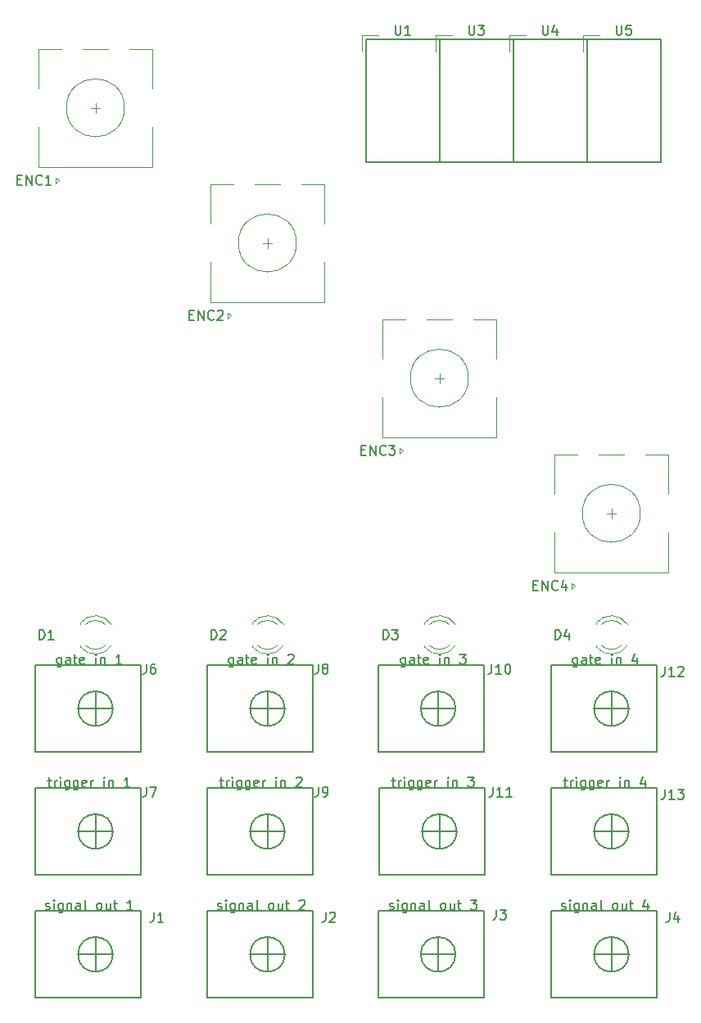
<source format=gbr>
G04 #@! TF.GenerationSoftware,KiCad,Pcbnew,5.1.6-c6e7f7d~87~ubuntu18.04.1*
G04 #@! TF.CreationDate,2020-08-19T10:21:35-04:00*
G04 #@! TF.ProjectId,quad_adsr,71756164-5f61-4647-9372-2e6b69636164,rev?*
G04 #@! TF.SameCoordinates,Original*
G04 #@! TF.FileFunction,Legend,Top*
G04 #@! TF.FilePolarity,Positive*
%FSLAX46Y46*%
G04 Gerber Fmt 4.6, Leading zero omitted, Abs format (unit mm)*
G04 Created by KiCad (PCBNEW 5.1.6-c6e7f7d~87~ubuntu18.04.1) date 2020-08-19 10:21:35*
%MOMM*%
%LPD*%
G01*
G04 APERTURE LIST*
%ADD10C,0.150000*%
%ADD11C,0.120000*%
G04 APERTURE END LIST*
D10*
X81574047Y-116625714D02*
X81574047Y-117435238D01*
X81526428Y-117530476D01*
X81478809Y-117578095D01*
X81383571Y-117625714D01*
X81240714Y-117625714D01*
X81145476Y-117578095D01*
X81574047Y-117244761D02*
X81478809Y-117292380D01*
X81288333Y-117292380D01*
X81193095Y-117244761D01*
X81145476Y-117197142D01*
X81097857Y-117101904D01*
X81097857Y-116816190D01*
X81145476Y-116720952D01*
X81193095Y-116673333D01*
X81288333Y-116625714D01*
X81478809Y-116625714D01*
X81574047Y-116673333D01*
X82478809Y-117292380D02*
X82478809Y-116768571D01*
X82431190Y-116673333D01*
X82335952Y-116625714D01*
X82145476Y-116625714D01*
X82050238Y-116673333D01*
X82478809Y-117244761D02*
X82383571Y-117292380D01*
X82145476Y-117292380D01*
X82050238Y-117244761D01*
X82002619Y-117149523D01*
X82002619Y-117054285D01*
X82050238Y-116959047D01*
X82145476Y-116911428D01*
X82383571Y-116911428D01*
X82478809Y-116863809D01*
X82812142Y-116625714D02*
X83193095Y-116625714D01*
X82955000Y-116292380D02*
X82955000Y-117149523D01*
X83002619Y-117244761D01*
X83097857Y-117292380D01*
X83193095Y-117292380D01*
X83907380Y-117244761D02*
X83812142Y-117292380D01*
X83621666Y-117292380D01*
X83526428Y-117244761D01*
X83478809Y-117149523D01*
X83478809Y-116768571D01*
X83526428Y-116673333D01*
X83621666Y-116625714D01*
X83812142Y-116625714D01*
X83907380Y-116673333D01*
X83955000Y-116768571D01*
X83955000Y-116863809D01*
X83478809Y-116959047D01*
X85145476Y-117292380D02*
X85145476Y-116625714D01*
X85145476Y-116292380D02*
X85097857Y-116340000D01*
X85145476Y-116387619D01*
X85193095Y-116340000D01*
X85145476Y-116292380D01*
X85145476Y-116387619D01*
X85621666Y-116625714D02*
X85621666Y-117292380D01*
X85621666Y-116720952D02*
X85669285Y-116673333D01*
X85764523Y-116625714D01*
X85907380Y-116625714D01*
X86002619Y-116673333D01*
X86050238Y-116768571D01*
X86050238Y-117292380D01*
X87812142Y-117292380D02*
X87240714Y-117292380D01*
X87526428Y-117292380D02*
X87526428Y-116292380D01*
X87431190Y-116435238D01*
X87335952Y-116530476D01*
X87240714Y-116578095D01*
X80145476Y-129325714D02*
X80526428Y-129325714D01*
X80288333Y-128992380D02*
X80288333Y-129849523D01*
X80335952Y-129944761D01*
X80431190Y-129992380D01*
X80526428Y-129992380D01*
X80859761Y-129992380D02*
X80859761Y-129325714D01*
X80859761Y-129516190D02*
X80907380Y-129420952D01*
X80955000Y-129373333D01*
X81050238Y-129325714D01*
X81145476Y-129325714D01*
X81478809Y-129992380D02*
X81478809Y-129325714D01*
X81478809Y-128992380D02*
X81431190Y-129040000D01*
X81478809Y-129087619D01*
X81526428Y-129040000D01*
X81478809Y-128992380D01*
X81478809Y-129087619D01*
X82383571Y-129325714D02*
X82383571Y-130135238D01*
X82335952Y-130230476D01*
X82288333Y-130278095D01*
X82193095Y-130325714D01*
X82050238Y-130325714D01*
X81955000Y-130278095D01*
X82383571Y-129944761D02*
X82288333Y-129992380D01*
X82097857Y-129992380D01*
X82002619Y-129944761D01*
X81955000Y-129897142D01*
X81907380Y-129801904D01*
X81907380Y-129516190D01*
X81955000Y-129420952D01*
X82002619Y-129373333D01*
X82097857Y-129325714D01*
X82288333Y-129325714D01*
X82383571Y-129373333D01*
X83288333Y-129325714D02*
X83288333Y-130135238D01*
X83240714Y-130230476D01*
X83193095Y-130278095D01*
X83097857Y-130325714D01*
X82955000Y-130325714D01*
X82859761Y-130278095D01*
X83288333Y-129944761D02*
X83193095Y-129992380D01*
X83002619Y-129992380D01*
X82907380Y-129944761D01*
X82859761Y-129897142D01*
X82812142Y-129801904D01*
X82812142Y-129516190D01*
X82859761Y-129420952D01*
X82907380Y-129373333D01*
X83002619Y-129325714D01*
X83193095Y-129325714D01*
X83288333Y-129373333D01*
X84145476Y-129944761D02*
X84050238Y-129992380D01*
X83859761Y-129992380D01*
X83764523Y-129944761D01*
X83716904Y-129849523D01*
X83716904Y-129468571D01*
X83764523Y-129373333D01*
X83859761Y-129325714D01*
X84050238Y-129325714D01*
X84145476Y-129373333D01*
X84193095Y-129468571D01*
X84193095Y-129563809D01*
X83716904Y-129659047D01*
X84621666Y-129992380D02*
X84621666Y-129325714D01*
X84621666Y-129516190D02*
X84669285Y-129420952D01*
X84716904Y-129373333D01*
X84812142Y-129325714D01*
X84907380Y-129325714D01*
X86002619Y-129992380D02*
X86002619Y-129325714D01*
X86002619Y-128992380D02*
X85955000Y-129040000D01*
X86002619Y-129087619D01*
X86050238Y-129040000D01*
X86002619Y-128992380D01*
X86002619Y-129087619D01*
X86478809Y-129325714D02*
X86478809Y-129992380D01*
X86478809Y-129420952D02*
X86526428Y-129373333D01*
X86621666Y-129325714D01*
X86764523Y-129325714D01*
X86859761Y-129373333D01*
X86907380Y-129468571D01*
X86907380Y-129992380D01*
X88669285Y-129992380D02*
X88097857Y-129992380D01*
X88383571Y-129992380D02*
X88383571Y-128992380D01*
X88288333Y-129135238D01*
X88193095Y-129230476D01*
X88097857Y-129278095D01*
X133295000Y-142644761D02*
X133390238Y-142692380D01*
X133580714Y-142692380D01*
X133675952Y-142644761D01*
X133723571Y-142549523D01*
X133723571Y-142501904D01*
X133675952Y-142406666D01*
X133580714Y-142359047D01*
X133437857Y-142359047D01*
X133342619Y-142311428D01*
X133295000Y-142216190D01*
X133295000Y-142168571D01*
X133342619Y-142073333D01*
X133437857Y-142025714D01*
X133580714Y-142025714D01*
X133675952Y-142073333D01*
X134152142Y-142692380D02*
X134152142Y-142025714D01*
X134152142Y-141692380D02*
X134104523Y-141740000D01*
X134152142Y-141787619D01*
X134199761Y-141740000D01*
X134152142Y-141692380D01*
X134152142Y-141787619D01*
X135056904Y-142025714D02*
X135056904Y-142835238D01*
X135009285Y-142930476D01*
X134961666Y-142978095D01*
X134866428Y-143025714D01*
X134723571Y-143025714D01*
X134628333Y-142978095D01*
X135056904Y-142644761D02*
X134961666Y-142692380D01*
X134771190Y-142692380D01*
X134675952Y-142644761D01*
X134628333Y-142597142D01*
X134580714Y-142501904D01*
X134580714Y-142216190D01*
X134628333Y-142120952D01*
X134675952Y-142073333D01*
X134771190Y-142025714D01*
X134961666Y-142025714D01*
X135056904Y-142073333D01*
X135533095Y-142025714D02*
X135533095Y-142692380D01*
X135533095Y-142120952D02*
X135580714Y-142073333D01*
X135675952Y-142025714D01*
X135818809Y-142025714D01*
X135914047Y-142073333D01*
X135961666Y-142168571D01*
X135961666Y-142692380D01*
X136866428Y-142692380D02*
X136866428Y-142168571D01*
X136818809Y-142073333D01*
X136723571Y-142025714D01*
X136533095Y-142025714D01*
X136437857Y-142073333D01*
X136866428Y-142644761D02*
X136771190Y-142692380D01*
X136533095Y-142692380D01*
X136437857Y-142644761D01*
X136390238Y-142549523D01*
X136390238Y-142454285D01*
X136437857Y-142359047D01*
X136533095Y-142311428D01*
X136771190Y-142311428D01*
X136866428Y-142263809D01*
X137485476Y-142692380D02*
X137390238Y-142644761D01*
X137342619Y-142549523D01*
X137342619Y-141692380D01*
X138771190Y-142692380D02*
X138675952Y-142644761D01*
X138628333Y-142597142D01*
X138580714Y-142501904D01*
X138580714Y-142216190D01*
X138628333Y-142120952D01*
X138675952Y-142073333D01*
X138771190Y-142025714D01*
X138914047Y-142025714D01*
X139009285Y-142073333D01*
X139056904Y-142120952D01*
X139104523Y-142216190D01*
X139104523Y-142501904D01*
X139056904Y-142597142D01*
X139009285Y-142644761D01*
X138914047Y-142692380D01*
X138771190Y-142692380D01*
X139961666Y-142025714D02*
X139961666Y-142692380D01*
X139533095Y-142025714D02*
X139533095Y-142549523D01*
X139580714Y-142644761D01*
X139675952Y-142692380D01*
X139818809Y-142692380D01*
X139914047Y-142644761D01*
X139961666Y-142597142D01*
X140295000Y-142025714D02*
X140675952Y-142025714D01*
X140437857Y-141692380D02*
X140437857Y-142549523D01*
X140485476Y-142644761D01*
X140580714Y-142692380D01*
X140675952Y-142692380D01*
X142199761Y-142025714D02*
X142199761Y-142692380D01*
X141961666Y-141644761D02*
X141723571Y-142359047D01*
X142342619Y-142359047D01*
X115515000Y-142644761D02*
X115610238Y-142692380D01*
X115800714Y-142692380D01*
X115895952Y-142644761D01*
X115943571Y-142549523D01*
X115943571Y-142501904D01*
X115895952Y-142406666D01*
X115800714Y-142359047D01*
X115657857Y-142359047D01*
X115562619Y-142311428D01*
X115515000Y-142216190D01*
X115515000Y-142168571D01*
X115562619Y-142073333D01*
X115657857Y-142025714D01*
X115800714Y-142025714D01*
X115895952Y-142073333D01*
X116372142Y-142692380D02*
X116372142Y-142025714D01*
X116372142Y-141692380D02*
X116324523Y-141740000D01*
X116372142Y-141787619D01*
X116419761Y-141740000D01*
X116372142Y-141692380D01*
X116372142Y-141787619D01*
X117276904Y-142025714D02*
X117276904Y-142835238D01*
X117229285Y-142930476D01*
X117181666Y-142978095D01*
X117086428Y-143025714D01*
X116943571Y-143025714D01*
X116848333Y-142978095D01*
X117276904Y-142644761D02*
X117181666Y-142692380D01*
X116991190Y-142692380D01*
X116895952Y-142644761D01*
X116848333Y-142597142D01*
X116800714Y-142501904D01*
X116800714Y-142216190D01*
X116848333Y-142120952D01*
X116895952Y-142073333D01*
X116991190Y-142025714D01*
X117181666Y-142025714D01*
X117276904Y-142073333D01*
X117753095Y-142025714D02*
X117753095Y-142692380D01*
X117753095Y-142120952D02*
X117800714Y-142073333D01*
X117895952Y-142025714D01*
X118038809Y-142025714D01*
X118134047Y-142073333D01*
X118181666Y-142168571D01*
X118181666Y-142692380D01*
X119086428Y-142692380D02*
X119086428Y-142168571D01*
X119038809Y-142073333D01*
X118943571Y-142025714D01*
X118753095Y-142025714D01*
X118657857Y-142073333D01*
X119086428Y-142644761D02*
X118991190Y-142692380D01*
X118753095Y-142692380D01*
X118657857Y-142644761D01*
X118610238Y-142549523D01*
X118610238Y-142454285D01*
X118657857Y-142359047D01*
X118753095Y-142311428D01*
X118991190Y-142311428D01*
X119086428Y-142263809D01*
X119705476Y-142692380D02*
X119610238Y-142644761D01*
X119562619Y-142549523D01*
X119562619Y-141692380D01*
X120991190Y-142692380D02*
X120895952Y-142644761D01*
X120848333Y-142597142D01*
X120800714Y-142501904D01*
X120800714Y-142216190D01*
X120848333Y-142120952D01*
X120895952Y-142073333D01*
X120991190Y-142025714D01*
X121134047Y-142025714D01*
X121229285Y-142073333D01*
X121276904Y-142120952D01*
X121324523Y-142216190D01*
X121324523Y-142501904D01*
X121276904Y-142597142D01*
X121229285Y-142644761D01*
X121134047Y-142692380D01*
X120991190Y-142692380D01*
X122181666Y-142025714D02*
X122181666Y-142692380D01*
X121753095Y-142025714D02*
X121753095Y-142549523D01*
X121800714Y-142644761D01*
X121895952Y-142692380D01*
X122038809Y-142692380D01*
X122134047Y-142644761D01*
X122181666Y-142597142D01*
X122515000Y-142025714D02*
X122895952Y-142025714D01*
X122657857Y-141692380D02*
X122657857Y-142549523D01*
X122705476Y-142644761D01*
X122800714Y-142692380D01*
X122895952Y-142692380D01*
X123895952Y-141692380D02*
X124515000Y-141692380D01*
X124181666Y-142073333D01*
X124324523Y-142073333D01*
X124419761Y-142120952D01*
X124467380Y-142168571D01*
X124515000Y-142263809D01*
X124515000Y-142501904D01*
X124467380Y-142597142D01*
X124419761Y-142644761D01*
X124324523Y-142692380D01*
X124038809Y-142692380D01*
X123943571Y-142644761D01*
X123895952Y-142597142D01*
X97735000Y-142644761D02*
X97830238Y-142692380D01*
X98020714Y-142692380D01*
X98115952Y-142644761D01*
X98163571Y-142549523D01*
X98163571Y-142501904D01*
X98115952Y-142406666D01*
X98020714Y-142359047D01*
X97877857Y-142359047D01*
X97782619Y-142311428D01*
X97735000Y-142216190D01*
X97735000Y-142168571D01*
X97782619Y-142073333D01*
X97877857Y-142025714D01*
X98020714Y-142025714D01*
X98115952Y-142073333D01*
X98592142Y-142692380D02*
X98592142Y-142025714D01*
X98592142Y-141692380D02*
X98544523Y-141740000D01*
X98592142Y-141787619D01*
X98639761Y-141740000D01*
X98592142Y-141692380D01*
X98592142Y-141787619D01*
X99496904Y-142025714D02*
X99496904Y-142835238D01*
X99449285Y-142930476D01*
X99401666Y-142978095D01*
X99306428Y-143025714D01*
X99163571Y-143025714D01*
X99068333Y-142978095D01*
X99496904Y-142644761D02*
X99401666Y-142692380D01*
X99211190Y-142692380D01*
X99115952Y-142644761D01*
X99068333Y-142597142D01*
X99020714Y-142501904D01*
X99020714Y-142216190D01*
X99068333Y-142120952D01*
X99115952Y-142073333D01*
X99211190Y-142025714D01*
X99401666Y-142025714D01*
X99496904Y-142073333D01*
X99973095Y-142025714D02*
X99973095Y-142692380D01*
X99973095Y-142120952D02*
X100020714Y-142073333D01*
X100115952Y-142025714D01*
X100258809Y-142025714D01*
X100354047Y-142073333D01*
X100401666Y-142168571D01*
X100401666Y-142692380D01*
X101306428Y-142692380D02*
X101306428Y-142168571D01*
X101258809Y-142073333D01*
X101163571Y-142025714D01*
X100973095Y-142025714D01*
X100877857Y-142073333D01*
X101306428Y-142644761D02*
X101211190Y-142692380D01*
X100973095Y-142692380D01*
X100877857Y-142644761D01*
X100830238Y-142549523D01*
X100830238Y-142454285D01*
X100877857Y-142359047D01*
X100973095Y-142311428D01*
X101211190Y-142311428D01*
X101306428Y-142263809D01*
X101925476Y-142692380D02*
X101830238Y-142644761D01*
X101782619Y-142549523D01*
X101782619Y-141692380D01*
X103211190Y-142692380D02*
X103115952Y-142644761D01*
X103068333Y-142597142D01*
X103020714Y-142501904D01*
X103020714Y-142216190D01*
X103068333Y-142120952D01*
X103115952Y-142073333D01*
X103211190Y-142025714D01*
X103354047Y-142025714D01*
X103449285Y-142073333D01*
X103496904Y-142120952D01*
X103544523Y-142216190D01*
X103544523Y-142501904D01*
X103496904Y-142597142D01*
X103449285Y-142644761D01*
X103354047Y-142692380D01*
X103211190Y-142692380D01*
X104401666Y-142025714D02*
X104401666Y-142692380D01*
X103973095Y-142025714D02*
X103973095Y-142549523D01*
X104020714Y-142644761D01*
X104115952Y-142692380D01*
X104258809Y-142692380D01*
X104354047Y-142644761D01*
X104401666Y-142597142D01*
X104735000Y-142025714D02*
X105115952Y-142025714D01*
X104877857Y-141692380D02*
X104877857Y-142549523D01*
X104925476Y-142644761D01*
X105020714Y-142692380D01*
X105115952Y-142692380D01*
X106163571Y-141787619D02*
X106211190Y-141740000D01*
X106306428Y-141692380D01*
X106544523Y-141692380D01*
X106639761Y-141740000D01*
X106687380Y-141787619D01*
X106735000Y-141882857D01*
X106735000Y-141978095D01*
X106687380Y-142120952D01*
X106115952Y-142692380D01*
X106735000Y-142692380D01*
X79955000Y-142644761D02*
X80050238Y-142692380D01*
X80240714Y-142692380D01*
X80335952Y-142644761D01*
X80383571Y-142549523D01*
X80383571Y-142501904D01*
X80335952Y-142406666D01*
X80240714Y-142359047D01*
X80097857Y-142359047D01*
X80002619Y-142311428D01*
X79955000Y-142216190D01*
X79955000Y-142168571D01*
X80002619Y-142073333D01*
X80097857Y-142025714D01*
X80240714Y-142025714D01*
X80335952Y-142073333D01*
X80812142Y-142692380D02*
X80812142Y-142025714D01*
X80812142Y-141692380D02*
X80764523Y-141740000D01*
X80812142Y-141787619D01*
X80859761Y-141740000D01*
X80812142Y-141692380D01*
X80812142Y-141787619D01*
X81716904Y-142025714D02*
X81716904Y-142835238D01*
X81669285Y-142930476D01*
X81621666Y-142978095D01*
X81526428Y-143025714D01*
X81383571Y-143025714D01*
X81288333Y-142978095D01*
X81716904Y-142644761D02*
X81621666Y-142692380D01*
X81431190Y-142692380D01*
X81335952Y-142644761D01*
X81288333Y-142597142D01*
X81240714Y-142501904D01*
X81240714Y-142216190D01*
X81288333Y-142120952D01*
X81335952Y-142073333D01*
X81431190Y-142025714D01*
X81621666Y-142025714D01*
X81716904Y-142073333D01*
X82193095Y-142025714D02*
X82193095Y-142692380D01*
X82193095Y-142120952D02*
X82240714Y-142073333D01*
X82335952Y-142025714D01*
X82478809Y-142025714D01*
X82574047Y-142073333D01*
X82621666Y-142168571D01*
X82621666Y-142692380D01*
X83526428Y-142692380D02*
X83526428Y-142168571D01*
X83478809Y-142073333D01*
X83383571Y-142025714D01*
X83193095Y-142025714D01*
X83097857Y-142073333D01*
X83526428Y-142644761D02*
X83431190Y-142692380D01*
X83193095Y-142692380D01*
X83097857Y-142644761D01*
X83050238Y-142549523D01*
X83050238Y-142454285D01*
X83097857Y-142359047D01*
X83193095Y-142311428D01*
X83431190Y-142311428D01*
X83526428Y-142263809D01*
X84145476Y-142692380D02*
X84050238Y-142644761D01*
X84002619Y-142549523D01*
X84002619Y-141692380D01*
X85431190Y-142692380D02*
X85335952Y-142644761D01*
X85288333Y-142597142D01*
X85240714Y-142501904D01*
X85240714Y-142216190D01*
X85288333Y-142120952D01*
X85335952Y-142073333D01*
X85431190Y-142025714D01*
X85574047Y-142025714D01*
X85669285Y-142073333D01*
X85716904Y-142120952D01*
X85764523Y-142216190D01*
X85764523Y-142501904D01*
X85716904Y-142597142D01*
X85669285Y-142644761D01*
X85574047Y-142692380D01*
X85431190Y-142692380D01*
X86621666Y-142025714D02*
X86621666Y-142692380D01*
X86193095Y-142025714D02*
X86193095Y-142549523D01*
X86240714Y-142644761D01*
X86335952Y-142692380D01*
X86478809Y-142692380D01*
X86574047Y-142644761D01*
X86621666Y-142597142D01*
X86955000Y-142025714D02*
X87335952Y-142025714D01*
X87097857Y-141692380D02*
X87097857Y-142549523D01*
X87145476Y-142644761D01*
X87240714Y-142692380D01*
X87335952Y-142692380D01*
X88955000Y-142692380D02*
X88383571Y-142692380D01*
X88669285Y-142692380D02*
X88669285Y-141692380D01*
X88574047Y-141835238D01*
X88478809Y-141930476D01*
X88383571Y-141978095D01*
X133485476Y-129325714D02*
X133866428Y-129325714D01*
X133628333Y-128992380D02*
X133628333Y-129849523D01*
X133675952Y-129944761D01*
X133771190Y-129992380D01*
X133866428Y-129992380D01*
X134199761Y-129992380D02*
X134199761Y-129325714D01*
X134199761Y-129516190D02*
X134247380Y-129420952D01*
X134295000Y-129373333D01*
X134390238Y-129325714D01*
X134485476Y-129325714D01*
X134818809Y-129992380D02*
X134818809Y-129325714D01*
X134818809Y-128992380D02*
X134771190Y-129040000D01*
X134818809Y-129087619D01*
X134866428Y-129040000D01*
X134818809Y-128992380D01*
X134818809Y-129087619D01*
X135723571Y-129325714D02*
X135723571Y-130135238D01*
X135675952Y-130230476D01*
X135628333Y-130278095D01*
X135533095Y-130325714D01*
X135390238Y-130325714D01*
X135295000Y-130278095D01*
X135723571Y-129944761D02*
X135628333Y-129992380D01*
X135437857Y-129992380D01*
X135342619Y-129944761D01*
X135295000Y-129897142D01*
X135247380Y-129801904D01*
X135247380Y-129516190D01*
X135295000Y-129420952D01*
X135342619Y-129373333D01*
X135437857Y-129325714D01*
X135628333Y-129325714D01*
X135723571Y-129373333D01*
X136628333Y-129325714D02*
X136628333Y-130135238D01*
X136580714Y-130230476D01*
X136533095Y-130278095D01*
X136437857Y-130325714D01*
X136295000Y-130325714D01*
X136199761Y-130278095D01*
X136628333Y-129944761D02*
X136533095Y-129992380D01*
X136342619Y-129992380D01*
X136247380Y-129944761D01*
X136199761Y-129897142D01*
X136152142Y-129801904D01*
X136152142Y-129516190D01*
X136199761Y-129420952D01*
X136247380Y-129373333D01*
X136342619Y-129325714D01*
X136533095Y-129325714D01*
X136628333Y-129373333D01*
X137485476Y-129944761D02*
X137390238Y-129992380D01*
X137199761Y-129992380D01*
X137104523Y-129944761D01*
X137056904Y-129849523D01*
X137056904Y-129468571D01*
X137104523Y-129373333D01*
X137199761Y-129325714D01*
X137390238Y-129325714D01*
X137485476Y-129373333D01*
X137533095Y-129468571D01*
X137533095Y-129563809D01*
X137056904Y-129659047D01*
X137961666Y-129992380D02*
X137961666Y-129325714D01*
X137961666Y-129516190D02*
X138009285Y-129420952D01*
X138056904Y-129373333D01*
X138152142Y-129325714D01*
X138247380Y-129325714D01*
X139342619Y-129992380D02*
X139342619Y-129325714D01*
X139342619Y-128992380D02*
X139295000Y-129040000D01*
X139342619Y-129087619D01*
X139390238Y-129040000D01*
X139342619Y-128992380D01*
X139342619Y-129087619D01*
X139818809Y-129325714D02*
X139818809Y-129992380D01*
X139818809Y-129420952D02*
X139866428Y-129373333D01*
X139961666Y-129325714D01*
X140104523Y-129325714D01*
X140199761Y-129373333D01*
X140247380Y-129468571D01*
X140247380Y-129992380D01*
X141914047Y-129325714D02*
X141914047Y-129992380D01*
X141675952Y-128944761D02*
X141437857Y-129659047D01*
X142056904Y-129659047D01*
X115705476Y-129325714D02*
X116086428Y-129325714D01*
X115848333Y-128992380D02*
X115848333Y-129849523D01*
X115895952Y-129944761D01*
X115991190Y-129992380D01*
X116086428Y-129992380D01*
X116419761Y-129992380D02*
X116419761Y-129325714D01*
X116419761Y-129516190D02*
X116467380Y-129420952D01*
X116515000Y-129373333D01*
X116610238Y-129325714D01*
X116705476Y-129325714D01*
X117038809Y-129992380D02*
X117038809Y-129325714D01*
X117038809Y-128992380D02*
X116991190Y-129040000D01*
X117038809Y-129087619D01*
X117086428Y-129040000D01*
X117038809Y-128992380D01*
X117038809Y-129087619D01*
X117943571Y-129325714D02*
X117943571Y-130135238D01*
X117895952Y-130230476D01*
X117848333Y-130278095D01*
X117753095Y-130325714D01*
X117610238Y-130325714D01*
X117515000Y-130278095D01*
X117943571Y-129944761D02*
X117848333Y-129992380D01*
X117657857Y-129992380D01*
X117562619Y-129944761D01*
X117515000Y-129897142D01*
X117467380Y-129801904D01*
X117467380Y-129516190D01*
X117515000Y-129420952D01*
X117562619Y-129373333D01*
X117657857Y-129325714D01*
X117848333Y-129325714D01*
X117943571Y-129373333D01*
X118848333Y-129325714D02*
X118848333Y-130135238D01*
X118800714Y-130230476D01*
X118753095Y-130278095D01*
X118657857Y-130325714D01*
X118515000Y-130325714D01*
X118419761Y-130278095D01*
X118848333Y-129944761D02*
X118753095Y-129992380D01*
X118562619Y-129992380D01*
X118467380Y-129944761D01*
X118419761Y-129897142D01*
X118372142Y-129801904D01*
X118372142Y-129516190D01*
X118419761Y-129420952D01*
X118467380Y-129373333D01*
X118562619Y-129325714D01*
X118753095Y-129325714D01*
X118848333Y-129373333D01*
X119705476Y-129944761D02*
X119610238Y-129992380D01*
X119419761Y-129992380D01*
X119324523Y-129944761D01*
X119276904Y-129849523D01*
X119276904Y-129468571D01*
X119324523Y-129373333D01*
X119419761Y-129325714D01*
X119610238Y-129325714D01*
X119705476Y-129373333D01*
X119753095Y-129468571D01*
X119753095Y-129563809D01*
X119276904Y-129659047D01*
X120181666Y-129992380D02*
X120181666Y-129325714D01*
X120181666Y-129516190D02*
X120229285Y-129420952D01*
X120276904Y-129373333D01*
X120372142Y-129325714D01*
X120467380Y-129325714D01*
X121562619Y-129992380D02*
X121562619Y-129325714D01*
X121562619Y-128992380D02*
X121515000Y-129040000D01*
X121562619Y-129087619D01*
X121610238Y-129040000D01*
X121562619Y-128992380D01*
X121562619Y-129087619D01*
X122038809Y-129325714D02*
X122038809Y-129992380D01*
X122038809Y-129420952D02*
X122086428Y-129373333D01*
X122181666Y-129325714D01*
X122324523Y-129325714D01*
X122419761Y-129373333D01*
X122467380Y-129468571D01*
X122467380Y-129992380D01*
X123610238Y-128992380D02*
X124229285Y-128992380D01*
X123895952Y-129373333D01*
X124038809Y-129373333D01*
X124134047Y-129420952D01*
X124181666Y-129468571D01*
X124229285Y-129563809D01*
X124229285Y-129801904D01*
X124181666Y-129897142D01*
X124134047Y-129944761D01*
X124038809Y-129992380D01*
X123753095Y-129992380D01*
X123657857Y-129944761D01*
X123610238Y-129897142D01*
X97925476Y-129325714D02*
X98306428Y-129325714D01*
X98068333Y-128992380D02*
X98068333Y-129849523D01*
X98115952Y-129944761D01*
X98211190Y-129992380D01*
X98306428Y-129992380D01*
X98639761Y-129992380D02*
X98639761Y-129325714D01*
X98639761Y-129516190D02*
X98687380Y-129420952D01*
X98735000Y-129373333D01*
X98830238Y-129325714D01*
X98925476Y-129325714D01*
X99258809Y-129992380D02*
X99258809Y-129325714D01*
X99258809Y-128992380D02*
X99211190Y-129040000D01*
X99258809Y-129087619D01*
X99306428Y-129040000D01*
X99258809Y-128992380D01*
X99258809Y-129087619D01*
X100163571Y-129325714D02*
X100163571Y-130135238D01*
X100115952Y-130230476D01*
X100068333Y-130278095D01*
X99973095Y-130325714D01*
X99830238Y-130325714D01*
X99735000Y-130278095D01*
X100163571Y-129944761D02*
X100068333Y-129992380D01*
X99877857Y-129992380D01*
X99782619Y-129944761D01*
X99735000Y-129897142D01*
X99687380Y-129801904D01*
X99687380Y-129516190D01*
X99735000Y-129420952D01*
X99782619Y-129373333D01*
X99877857Y-129325714D01*
X100068333Y-129325714D01*
X100163571Y-129373333D01*
X101068333Y-129325714D02*
X101068333Y-130135238D01*
X101020714Y-130230476D01*
X100973095Y-130278095D01*
X100877857Y-130325714D01*
X100735000Y-130325714D01*
X100639761Y-130278095D01*
X101068333Y-129944761D02*
X100973095Y-129992380D01*
X100782619Y-129992380D01*
X100687380Y-129944761D01*
X100639761Y-129897142D01*
X100592142Y-129801904D01*
X100592142Y-129516190D01*
X100639761Y-129420952D01*
X100687380Y-129373333D01*
X100782619Y-129325714D01*
X100973095Y-129325714D01*
X101068333Y-129373333D01*
X101925476Y-129944761D02*
X101830238Y-129992380D01*
X101639761Y-129992380D01*
X101544523Y-129944761D01*
X101496904Y-129849523D01*
X101496904Y-129468571D01*
X101544523Y-129373333D01*
X101639761Y-129325714D01*
X101830238Y-129325714D01*
X101925476Y-129373333D01*
X101973095Y-129468571D01*
X101973095Y-129563809D01*
X101496904Y-129659047D01*
X102401666Y-129992380D02*
X102401666Y-129325714D01*
X102401666Y-129516190D02*
X102449285Y-129420952D01*
X102496904Y-129373333D01*
X102592142Y-129325714D01*
X102687380Y-129325714D01*
X103782619Y-129992380D02*
X103782619Y-129325714D01*
X103782619Y-128992380D02*
X103735000Y-129040000D01*
X103782619Y-129087619D01*
X103830238Y-129040000D01*
X103782619Y-128992380D01*
X103782619Y-129087619D01*
X104258809Y-129325714D02*
X104258809Y-129992380D01*
X104258809Y-129420952D02*
X104306428Y-129373333D01*
X104401666Y-129325714D01*
X104544523Y-129325714D01*
X104639761Y-129373333D01*
X104687380Y-129468571D01*
X104687380Y-129992380D01*
X105877857Y-129087619D02*
X105925476Y-129040000D01*
X106020714Y-128992380D01*
X106258809Y-128992380D01*
X106354047Y-129040000D01*
X106401666Y-129087619D01*
X106449285Y-129182857D01*
X106449285Y-129278095D01*
X106401666Y-129420952D01*
X105830238Y-129992380D01*
X106449285Y-129992380D01*
X117134047Y-116625714D02*
X117134047Y-117435238D01*
X117086428Y-117530476D01*
X117038809Y-117578095D01*
X116943571Y-117625714D01*
X116800714Y-117625714D01*
X116705476Y-117578095D01*
X117134047Y-117244761D02*
X117038809Y-117292380D01*
X116848333Y-117292380D01*
X116753095Y-117244761D01*
X116705476Y-117197142D01*
X116657857Y-117101904D01*
X116657857Y-116816190D01*
X116705476Y-116720952D01*
X116753095Y-116673333D01*
X116848333Y-116625714D01*
X117038809Y-116625714D01*
X117134047Y-116673333D01*
X118038809Y-117292380D02*
X118038809Y-116768571D01*
X117991190Y-116673333D01*
X117895952Y-116625714D01*
X117705476Y-116625714D01*
X117610238Y-116673333D01*
X118038809Y-117244761D02*
X117943571Y-117292380D01*
X117705476Y-117292380D01*
X117610238Y-117244761D01*
X117562619Y-117149523D01*
X117562619Y-117054285D01*
X117610238Y-116959047D01*
X117705476Y-116911428D01*
X117943571Y-116911428D01*
X118038809Y-116863809D01*
X118372142Y-116625714D02*
X118753095Y-116625714D01*
X118515000Y-116292380D02*
X118515000Y-117149523D01*
X118562619Y-117244761D01*
X118657857Y-117292380D01*
X118753095Y-117292380D01*
X119467380Y-117244761D02*
X119372142Y-117292380D01*
X119181666Y-117292380D01*
X119086428Y-117244761D01*
X119038809Y-117149523D01*
X119038809Y-116768571D01*
X119086428Y-116673333D01*
X119181666Y-116625714D01*
X119372142Y-116625714D01*
X119467380Y-116673333D01*
X119515000Y-116768571D01*
X119515000Y-116863809D01*
X119038809Y-116959047D01*
X120705476Y-117292380D02*
X120705476Y-116625714D01*
X120705476Y-116292380D02*
X120657857Y-116340000D01*
X120705476Y-116387619D01*
X120753095Y-116340000D01*
X120705476Y-116292380D01*
X120705476Y-116387619D01*
X121181666Y-116625714D02*
X121181666Y-117292380D01*
X121181666Y-116720952D02*
X121229285Y-116673333D01*
X121324523Y-116625714D01*
X121467380Y-116625714D01*
X121562619Y-116673333D01*
X121610238Y-116768571D01*
X121610238Y-117292380D01*
X122753095Y-116292380D02*
X123372142Y-116292380D01*
X123038809Y-116673333D01*
X123181666Y-116673333D01*
X123276904Y-116720952D01*
X123324523Y-116768571D01*
X123372142Y-116863809D01*
X123372142Y-117101904D01*
X123324523Y-117197142D01*
X123276904Y-117244761D01*
X123181666Y-117292380D01*
X122895952Y-117292380D01*
X122800714Y-117244761D01*
X122753095Y-117197142D01*
X134914047Y-116625714D02*
X134914047Y-117435238D01*
X134866428Y-117530476D01*
X134818809Y-117578095D01*
X134723571Y-117625714D01*
X134580714Y-117625714D01*
X134485476Y-117578095D01*
X134914047Y-117244761D02*
X134818809Y-117292380D01*
X134628333Y-117292380D01*
X134533095Y-117244761D01*
X134485476Y-117197142D01*
X134437857Y-117101904D01*
X134437857Y-116816190D01*
X134485476Y-116720952D01*
X134533095Y-116673333D01*
X134628333Y-116625714D01*
X134818809Y-116625714D01*
X134914047Y-116673333D01*
X135818809Y-117292380D02*
X135818809Y-116768571D01*
X135771190Y-116673333D01*
X135675952Y-116625714D01*
X135485476Y-116625714D01*
X135390238Y-116673333D01*
X135818809Y-117244761D02*
X135723571Y-117292380D01*
X135485476Y-117292380D01*
X135390238Y-117244761D01*
X135342619Y-117149523D01*
X135342619Y-117054285D01*
X135390238Y-116959047D01*
X135485476Y-116911428D01*
X135723571Y-116911428D01*
X135818809Y-116863809D01*
X136152142Y-116625714D02*
X136533095Y-116625714D01*
X136295000Y-116292380D02*
X136295000Y-117149523D01*
X136342619Y-117244761D01*
X136437857Y-117292380D01*
X136533095Y-117292380D01*
X137247380Y-117244761D02*
X137152142Y-117292380D01*
X136961666Y-117292380D01*
X136866428Y-117244761D01*
X136818809Y-117149523D01*
X136818809Y-116768571D01*
X136866428Y-116673333D01*
X136961666Y-116625714D01*
X137152142Y-116625714D01*
X137247380Y-116673333D01*
X137295000Y-116768571D01*
X137295000Y-116863809D01*
X136818809Y-116959047D01*
X138485476Y-117292380D02*
X138485476Y-116625714D01*
X138485476Y-116292380D02*
X138437857Y-116340000D01*
X138485476Y-116387619D01*
X138533095Y-116340000D01*
X138485476Y-116292380D01*
X138485476Y-116387619D01*
X138961666Y-116625714D02*
X138961666Y-117292380D01*
X138961666Y-116720952D02*
X139009285Y-116673333D01*
X139104523Y-116625714D01*
X139247380Y-116625714D01*
X139342619Y-116673333D01*
X139390238Y-116768571D01*
X139390238Y-117292380D01*
X141056904Y-116625714D02*
X141056904Y-117292380D01*
X140818809Y-116244761D02*
X140580714Y-116959047D01*
X141199761Y-116959047D01*
X99354047Y-116625714D02*
X99354047Y-117435238D01*
X99306428Y-117530476D01*
X99258809Y-117578095D01*
X99163571Y-117625714D01*
X99020714Y-117625714D01*
X98925476Y-117578095D01*
X99354047Y-117244761D02*
X99258809Y-117292380D01*
X99068333Y-117292380D01*
X98973095Y-117244761D01*
X98925476Y-117197142D01*
X98877857Y-117101904D01*
X98877857Y-116816190D01*
X98925476Y-116720952D01*
X98973095Y-116673333D01*
X99068333Y-116625714D01*
X99258809Y-116625714D01*
X99354047Y-116673333D01*
X100258809Y-117292380D02*
X100258809Y-116768571D01*
X100211190Y-116673333D01*
X100115952Y-116625714D01*
X99925476Y-116625714D01*
X99830238Y-116673333D01*
X100258809Y-117244761D02*
X100163571Y-117292380D01*
X99925476Y-117292380D01*
X99830238Y-117244761D01*
X99782619Y-117149523D01*
X99782619Y-117054285D01*
X99830238Y-116959047D01*
X99925476Y-116911428D01*
X100163571Y-116911428D01*
X100258809Y-116863809D01*
X100592142Y-116625714D02*
X100973095Y-116625714D01*
X100735000Y-116292380D02*
X100735000Y-117149523D01*
X100782619Y-117244761D01*
X100877857Y-117292380D01*
X100973095Y-117292380D01*
X101687380Y-117244761D02*
X101592142Y-117292380D01*
X101401666Y-117292380D01*
X101306428Y-117244761D01*
X101258809Y-117149523D01*
X101258809Y-116768571D01*
X101306428Y-116673333D01*
X101401666Y-116625714D01*
X101592142Y-116625714D01*
X101687380Y-116673333D01*
X101735000Y-116768571D01*
X101735000Y-116863809D01*
X101258809Y-116959047D01*
X102925476Y-117292380D02*
X102925476Y-116625714D01*
X102925476Y-116292380D02*
X102877857Y-116340000D01*
X102925476Y-116387619D01*
X102973095Y-116340000D01*
X102925476Y-116292380D01*
X102925476Y-116387619D01*
X103401666Y-116625714D02*
X103401666Y-117292380D01*
X103401666Y-116720952D02*
X103449285Y-116673333D01*
X103544523Y-116625714D01*
X103687380Y-116625714D01*
X103782619Y-116673333D01*
X103830238Y-116768571D01*
X103830238Y-117292380D01*
X105020714Y-116387619D02*
X105068333Y-116340000D01*
X105163571Y-116292380D01*
X105401666Y-116292380D01*
X105496904Y-116340000D01*
X105544523Y-116387619D01*
X105592142Y-116482857D01*
X105592142Y-116578095D01*
X105544523Y-116720952D01*
X104973095Y-117292380D01*
X105592142Y-117292380D01*
D11*
X141430000Y-101720000D02*
G75*
G03*
X141430000Y-101720000I-3000000J0D01*
G01*
X132530000Y-99720000D02*
X132530000Y-95620000D01*
X144330000Y-95620000D02*
X144330000Y-99720000D01*
X144330000Y-103720000D02*
X144330000Y-107820000D01*
X132530000Y-103720000D02*
X132530000Y-107820000D01*
X132530000Y-107820000D02*
X144330000Y-107820000D01*
X134630000Y-109220000D02*
X134330000Y-109520000D01*
X134330000Y-109520000D02*
X134330000Y-108920000D01*
X134330000Y-108920000D02*
X134630000Y-109220000D01*
X132530000Y-95620000D02*
X134930000Y-95620000D01*
X137130000Y-95620000D02*
X139730000Y-95620000D01*
X141930000Y-95620000D02*
X144330000Y-95620000D01*
X137930000Y-101720000D02*
X138930000Y-101720000D01*
X138430000Y-102220000D02*
X138430000Y-101220000D01*
D10*
X128270000Y-52705000D02*
X120650000Y-52705000D01*
X120650000Y-52705000D02*
X120650000Y-65405000D01*
X120650000Y-65405000D02*
X128270000Y-65405000D01*
X128270000Y-65405000D02*
X128270000Y-52705000D01*
D11*
X120290000Y-53975000D02*
X120290000Y-52345000D01*
X120290000Y-52345000D02*
X121920000Y-52345000D01*
X127910000Y-52345000D02*
X129540000Y-52345000D01*
X127910000Y-53975000D02*
X127910000Y-52345000D01*
D10*
X135890000Y-65405000D02*
X135890000Y-52705000D01*
X128270000Y-65405000D02*
X135890000Y-65405000D01*
X128270000Y-52705000D02*
X128270000Y-65405000D01*
X135890000Y-52705000D02*
X128270000Y-52705000D01*
X78890000Y-151820000D02*
X78890000Y-142820000D01*
X89790000Y-151820000D02*
X89790000Y-142820000D01*
X78890000Y-151820000D02*
X89790000Y-151820000D01*
X78890000Y-142820000D02*
X89790000Y-142820000D01*
X86890000Y-147320000D02*
G75*
G03*
X86890000Y-147320000I-1800000J0D01*
G01*
X83290000Y-147320000D02*
X86890000Y-147320000D01*
X85090000Y-149120000D02*
X85090000Y-145520000D01*
D11*
X112670000Y-52345000D02*
X114300000Y-52345000D01*
X112670000Y-53975000D02*
X112670000Y-52345000D01*
D10*
X120650000Y-65405000D02*
X120650000Y-52705000D01*
X113030000Y-65405000D02*
X120650000Y-65405000D01*
X113030000Y-52705000D02*
X113030000Y-65405000D01*
X120650000Y-52705000D02*
X113030000Y-52705000D01*
X96670000Y-139120000D02*
X96670000Y-130120000D01*
X107570000Y-139120000D02*
X107570000Y-130120000D01*
X96670000Y-139120000D02*
X107570000Y-139120000D01*
X96670000Y-130120000D02*
X107570000Y-130120000D01*
X104670000Y-134620000D02*
G75*
G03*
X104670000Y-134620000I-1800000J0D01*
G01*
X101070000Y-134620000D02*
X104670000Y-134620000D01*
X102870000Y-136420000D02*
X102870000Y-132820000D01*
X120520000Y-123720000D02*
X120520000Y-120120000D01*
X118720000Y-121920000D02*
X122320000Y-121920000D01*
X122320000Y-121920000D02*
G75*
G03*
X122320000Y-121920000I-1800000J0D01*
G01*
X114320000Y-117420000D02*
X125220000Y-117420000D01*
X114320000Y-126420000D02*
X125220000Y-126420000D01*
X125220000Y-126420000D02*
X125220000Y-117420000D01*
X114320000Y-126420000D02*
X114320000Y-117420000D01*
X102870000Y-123720000D02*
X102870000Y-120120000D01*
X101070000Y-121920000D02*
X104670000Y-121920000D01*
X104670000Y-121920000D02*
G75*
G03*
X104670000Y-121920000I-1800000J0D01*
G01*
X96670000Y-117420000D02*
X107570000Y-117420000D01*
X96670000Y-126420000D02*
X107570000Y-126420000D01*
X107570000Y-126420000D02*
X107570000Y-117420000D01*
X96670000Y-126420000D02*
X96670000Y-117420000D01*
D11*
X88090000Y-59810000D02*
G75*
G03*
X88090000Y-59810000I-3000000J0D01*
G01*
X79190000Y-57810000D02*
X79190000Y-53710000D01*
X90990000Y-53710000D02*
X90990000Y-57810000D01*
X90990000Y-61810000D02*
X90990000Y-65910000D01*
X79190000Y-61810000D02*
X79190000Y-65910000D01*
X79190000Y-65910000D02*
X90990000Y-65910000D01*
X81290000Y-67310000D02*
X80990000Y-67610000D01*
X80990000Y-67610000D02*
X80990000Y-67010000D01*
X80990000Y-67010000D02*
X81290000Y-67310000D01*
X79190000Y-53710000D02*
X81590000Y-53710000D01*
X83790000Y-53710000D02*
X86390000Y-53710000D01*
X88590000Y-53710000D02*
X90990000Y-53710000D01*
X84590000Y-59810000D02*
X85590000Y-59810000D01*
X85090000Y-60310000D02*
X85090000Y-59310000D01*
X83530000Y-113064000D02*
X83530000Y-113220000D01*
X83530000Y-115380000D02*
X83530000Y-115536000D01*
X86762335Y-113221392D02*
G75*
G03*
X83530000Y-113064484I-1672335J-1078608D01*
G01*
X86762335Y-115378608D02*
G75*
G02*
X83530000Y-115535516I-1672335J1078608D01*
G01*
X86131130Y-113220163D02*
G75*
G03*
X84049039Y-113220000I-1041130J-1079837D01*
G01*
X86131130Y-115379837D02*
G75*
G02*
X84049039Y-115380000I-1041130J1079837D01*
G01*
X101310000Y-115380000D02*
X101310000Y-115536000D01*
X101310000Y-113064000D02*
X101310000Y-113220000D01*
X103911130Y-115379837D02*
G75*
G02*
X101829039Y-115380000I-1041130J1079837D01*
G01*
X103911130Y-113220163D02*
G75*
G03*
X101829039Y-113220000I-1041130J-1079837D01*
G01*
X104542335Y-115378608D02*
G75*
G02*
X101310000Y-115535516I-1672335J1078608D01*
G01*
X104542335Y-113221392D02*
G75*
G03*
X101310000Y-113064484I-1672335J-1078608D01*
G01*
X119090000Y-113064000D02*
X119090000Y-113220000D01*
X119090000Y-115380000D02*
X119090000Y-115536000D01*
X122322335Y-113221392D02*
G75*
G03*
X119090000Y-113064484I-1672335J-1078608D01*
G01*
X122322335Y-115378608D02*
G75*
G02*
X119090000Y-115535516I-1672335J1078608D01*
G01*
X121691130Y-113220163D02*
G75*
G03*
X119609039Y-113220000I-1041130J-1079837D01*
G01*
X121691130Y-115379837D02*
G75*
G02*
X119609039Y-115380000I-1041130J1079837D01*
G01*
X136870000Y-115380000D02*
X136870000Y-115536000D01*
X136870000Y-113064000D02*
X136870000Y-113220000D01*
X139471130Y-115379837D02*
G75*
G02*
X137389039Y-115380000I-1041130J1079837D01*
G01*
X139471130Y-113220163D02*
G75*
G03*
X137389039Y-113220000I-1041130J-1079837D01*
G01*
X140102335Y-115378608D02*
G75*
G02*
X136870000Y-115535516I-1672335J1078608D01*
G01*
X140102335Y-113221392D02*
G75*
G03*
X136870000Y-113064484I-1672335J-1078608D01*
G01*
D10*
X85090000Y-123720000D02*
X85090000Y-120120000D01*
X83290000Y-121920000D02*
X86890000Y-121920000D01*
X86890000Y-121920000D02*
G75*
G03*
X86890000Y-121920000I-1800000J0D01*
G01*
X78890000Y-117420000D02*
X89790000Y-117420000D01*
X78890000Y-126420000D02*
X89790000Y-126420000D01*
X89790000Y-126420000D02*
X89790000Y-117420000D01*
X78890000Y-126420000D02*
X78890000Y-117420000D01*
X78890000Y-139120000D02*
X78890000Y-130120000D01*
X89790000Y-139120000D02*
X89790000Y-130120000D01*
X78890000Y-139120000D02*
X89790000Y-139120000D01*
X78890000Y-130120000D02*
X89790000Y-130120000D01*
X86890000Y-134620000D02*
G75*
G03*
X86890000Y-134620000I-1800000J0D01*
G01*
X83290000Y-134620000D02*
X86890000Y-134620000D01*
X85090000Y-136420000D02*
X85090000Y-132820000D01*
X114450000Y-139120000D02*
X114450000Y-130120000D01*
X125350000Y-139120000D02*
X125350000Y-130120000D01*
X114450000Y-139120000D02*
X125350000Y-139120000D01*
X114450000Y-130120000D02*
X125350000Y-130120000D01*
X122450000Y-134620000D02*
G75*
G03*
X122450000Y-134620000I-1800000J0D01*
G01*
X118850000Y-134620000D02*
X122450000Y-134620000D01*
X120650000Y-136420000D02*
X120650000Y-132820000D01*
X138430000Y-123720000D02*
X138430000Y-120120000D01*
X136630000Y-121920000D02*
X140230000Y-121920000D01*
X140230000Y-121920000D02*
G75*
G03*
X140230000Y-121920000I-1800000J0D01*
G01*
X132230000Y-117420000D02*
X143130000Y-117420000D01*
X132230000Y-126420000D02*
X143130000Y-126420000D01*
X143130000Y-126420000D02*
X143130000Y-117420000D01*
X132230000Y-126420000D02*
X132230000Y-117420000D01*
X132230000Y-139120000D02*
X132230000Y-130120000D01*
X143130000Y-139120000D02*
X143130000Y-130120000D01*
X132230000Y-139120000D02*
X143130000Y-139120000D01*
X132230000Y-130120000D02*
X143130000Y-130120000D01*
X140230000Y-134620000D02*
G75*
G03*
X140230000Y-134620000I-1800000J0D01*
G01*
X136630000Y-134620000D02*
X140230000Y-134620000D01*
X138430000Y-136420000D02*
X138430000Y-132820000D01*
X102870000Y-149120000D02*
X102870000Y-145520000D01*
X101070000Y-147320000D02*
X104670000Y-147320000D01*
X104670000Y-147320000D02*
G75*
G03*
X104670000Y-147320000I-1800000J0D01*
G01*
X96670000Y-142820000D02*
X107570000Y-142820000D01*
X96670000Y-151820000D02*
X107570000Y-151820000D01*
X107570000Y-151820000D02*
X107570000Y-142820000D01*
X96670000Y-151820000D02*
X96670000Y-142820000D01*
X114320000Y-151820000D02*
X114320000Y-142820000D01*
X125220000Y-151820000D02*
X125220000Y-142820000D01*
X114320000Y-151820000D02*
X125220000Y-151820000D01*
X114320000Y-142820000D02*
X125220000Y-142820000D01*
X122320000Y-147320000D02*
G75*
G03*
X122320000Y-147320000I-1800000J0D01*
G01*
X118720000Y-147320000D02*
X122320000Y-147320000D01*
X120520000Y-149120000D02*
X120520000Y-145520000D01*
X138430000Y-149120000D02*
X138430000Y-145520000D01*
X136630000Y-147320000D02*
X140230000Y-147320000D01*
X140230000Y-147320000D02*
G75*
G03*
X140230000Y-147320000I-1800000J0D01*
G01*
X132230000Y-142820000D02*
X143130000Y-142820000D01*
X132230000Y-151820000D02*
X143130000Y-151820000D01*
X143130000Y-151820000D02*
X143130000Y-142820000D01*
X132230000Y-151820000D02*
X132230000Y-142820000D01*
D11*
X102870000Y-74280000D02*
X102870000Y-73280000D01*
X102370000Y-73780000D02*
X103370000Y-73780000D01*
X106370000Y-67680000D02*
X108770000Y-67680000D01*
X101570000Y-67680000D02*
X104170000Y-67680000D01*
X96970000Y-67680000D02*
X99370000Y-67680000D01*
X98770000Y-80980000D02*
X99070000Y-81280000D01*
X98770000Y-81580000D02*
X98770000Y-80980000D01*
X99070000Y-81280000D02*
X98770000Y-81580000D01*
X96970000Y-79880000D02*
X108770000Y-79880000D01*
X96970000Y-75780000D02*
X96970000Y-79880000D01*
X108770000Y-75780000D02*
X108770000Y-79880000D01*
X108770000Y-67680000D02*
X108770000Y-71780000D01*
X96970000Y-71780000D02*
X96970000Y-67680000D01*
X105870000Y-73780000D02*
G75*
G03*
X105870000Y-73780000I-3000000J0D01*
G01*
X120650000Y-88250000D02*
X120650000Y-87250000D01*
X120150000Y-87750000D02*
X121150000Y-87750000D01*
X124150000Y-81650000D02*
X126550000Y-81650000D01*
X119350000Y-81650000D02*
X121950000Y-81650000D01*
X114750000Y-81650000D02*
X117150000Y-81650000D01*
X116550000Y-94950000D02*
X116850000Y-95250000D01*
X116550000Y-95550000D02*
X116550000Y-94950000D01*
X116850000Y-95250000D02*
X116550000Y-95550000D01*
X114750000Y-93850000D02*
X126550000Y-93850000D01*
X114750000Y-89750000D02*
X114750000Y-93850000D01*
X126550000Y-89750000D02*
X126550000Y-93850000D01*
X126550000Y-81650000D02*
X126550000Y-85750000D01*
X114750000Y-85750000D02*
X114750000Y-81650000D01*
X123650000Y-87750000D02*
G75*
G03*
X123650000Y-87750000I-3000000J0D01*
G01*
D10*
X143510000Y-52705000D02*
X135890000Y-52705000D01*
X135890000Y-52705000D02*
X135890000Y-65405000D01*
X135890000Y-65405000D02*
X143510000Y-65405000D01*
X143510000Y-65405000D02*
X143510000Y-52705000D01*
D11*
X135530000Y-53975000D02*
X135530000Y-52345000D01*
X135530000Y-52345000D02*
X137160000Y-52345000D01*
D10*
X130365714Y-109148571D02*
X130699047Y-109148571D01*
X130841904Y-109672380D02*
X130365714Y-109672380D01*
X130365714Y-108672380D01*
X130841904Y-108672380D01*
X131270476Y-109672380D02*
X131270476Y-108672380D01*
X131841904Y-109672380D01*
X131841904Y-108672380D01*
X132889523Y-109577142D02*
X132841904Y-109624761D01*
X132699047Y-109672380D01*
X132603809Y-109672380D01*
X132460952Y-109624761D01*
X132365714Y-109529523D01*
X132318095Y-109434285D01*
X132270476Y-109243809D01*
X132270476Y-109100952D01*
X132318095Y-108910476D01*
X132365714Y-108815238D01*
X132460952Y-108720000D01*
X132603809Y-108672380D01*
X132699047Y-108672380D01*
X132841904Y-108720000D01*
X132889523Y-108767619D01*
X133746666Y-109005714D02*
X133746666Y-109672380D01*
X133508571Y-108624761D02*
X133270476Y-109339047D01*
X133889523Y-109339047D01*
X123698095Y-51268380D02*
X123698095Y-52077904D01*
X123745714Y-52173142D01*
X123793333Y-52220761D01*
X123888571Y-52268380D01*
X124079047Y-52268380D01*
X124174285Y-52220761D01*
X124221904Y-52173142D01*
X124269523Y-52077904D01*
X124269523Y-51268380D01*
X124650476Y-51268380D02*
X125269523Y-51268380D01*
X124936190Y-51649333D01*
X125079047Y-51649333D01*
X125174285Y-51696952D01*
X125221904Y-51744571D01*
X125269523Y-51839809D01*
X125269523Y-52077904D01*
X125221904Y-52173142D01*
X125174285Y-52220761D01*
X125079047Y-52268380D01*
X124793333Y-52268380D01*
X124698095Y-52220761D01*
X124650476Y-52173142D01*
X131318095Y-51268380D02*
X131318095Y-52077904D01*
X131365714Y-52173142D01*
X131413333Y-52220761D01*
X131508571Y-52268380D01*
X131699047Y-52268380D01*
X131794285Y-52220761D01*
X131841904Y-52173142D01*
X131889523Y-52077904D01*
X131889523Y-51268380D01*
X132794285Y-51601714D02*
X132794285Y-52268380D01*
X132556190Y-51220761D02*
X132318095Y-51935047D01*
X132937142Y-51935047D01*
X91106666Y-142962380D02*
X91106666Y-143676666D01*
X91059047Y-143819523D01*
X90963809Y-143914761D01*
X90820952Y-143962380D01*
X90725714Y-143962380D01*
X92106666Y-143962380D02*
X91535238Y-143962380D01*
X91820952Y-143962380D02*
X91820952Y-142962380D01*
X91725714Y-143105238D01*
X91630476Y-143200476D01*
X91535238Y-143248095D01*
X116078095Y-51268380D02*
X116078095Y-52077904D01*
X116125714Y-52173142D01*
X116173333Y-52220761D01*
X116268571Y-52268380D01*
X116459047Y-52268380D01*
X116554285Y-52220761D01*
X116601904Y-52173142D01*
X116649523Y-52077904D01*
X116649523Y-51268380D01*
X117649523Y-52268380D02*
X117078095Y-52268380D01*
X117363809Y-52268380D02*
X117363809Y-51268380D01*
X117268571Y-51411238D01*
X117173333Y-51506476D01*
X117078095Y-51554095D01*
X108124666Y-130008380D02*
X108124666Y-130722666D01*
X108077047Y-130865523D01*
X107981809Y-130960761D01*
X107838952Y-131008380D01*
X107743714Y-131008380D01*
X108648476Y-131008380D02*
X108838952Y-131008380D01*
X108934190Y-130960761D01*
X108981809Y-130913142D01*
X109077047Y-130770285D01*
X109124666Y-130579809D01*
X109124666Y-130198857D01*
X109077047Y-130103619D01*
X109029428Y-130056000D01*
X108934190Y-130008380D01*
X108743714Y-130008380D01*
X108648476Y-130056000D01*
X108600857Y-130103619D01*
X108553238Y-130198857D01*
X108553238Y-130436952D01*
X108600857Y-130532190D01*
X108648476Y-130579809D01*
X108743714Y-130627428D01*
X108934190Y-130627428D01*
X109029428Y-130579809D01*
X109077047Y-130532190D01*
X109124666Y-130436952D01*
X126060476Y-117308380D02*
X126060476Y-118022666D01*
X126012857Y-118165523D01*
X125917619Y-118260761D01*
X125774761Y-118308380D01*
X125679523Y-118308380D01*
X127060476Y-118308380D02*
X126489047Y-118308380D01*
X126774761Y-118308380D02*
X126774761Y-117308380D01*
X126679523Y-117451238D01*
X126584285Y-117546476D01*
X126489047Y-117594095D01*
X127679523Y-117308380D02*
X127774761Y-117308380D01*
X127870000Y-117356000D01*
X127917619Y-117403619D01*
X127965238Y-117498857D01*
X128012857Y-117689333D01*
X128012857Y-117927428D01*
X127965238Y-118117904D01*
X127917619Y-118213142D01*
X127870000Y-118260761D01*
X127774761Y-118308380D01*
X127679523Y-118308380D01*
X127584285Y-118260761D01*
X127536666Y-118213142D01*
X127489047Y-118117904D01*
X127441428Y-117927428D01*
X127441428Y-117689333D01*
X127489047Y-117498857D01*
X127536666Y-117403619D01*
X127584285Y-117356000D01*
X127679523Y-117308380D01*
X108124666Y-117308380D02*
X108124666Y-118022666D01*
X108077047Y-118165523D01*
X107981809Y-118260761D01*
X107838952Y-118308380D01*
X107743714Y-118308380D01*
X108743714Y-117736952D02*
X108648476Y-117689333D01*
X108600857Y-117641714D01*
X108553238Y-117546476D01*
X108553238Y-117498857D01*
X108600857Y-117403619D01*
X108648476Y-117356000D01*
X108743714Y-117308380D01*
X108934190Y-117308380D01*
X109029428Y-117356000D01*
X109077047Y-117403619D01*
X109124666Y-117498857D01*
X109124666Y-117546476D01*
X109077047Y-117641714D01*
X109029428Y-117689333D01*
X108934190Y-117736952D01*
X108743714Y-117736952D01*
X108648476Y-117784571D01*
X108600857Y-117832190D01*
X108553238Y-117927428D01*
X108553238Y-118117904D01*
X108600857Y-118213142D01*
X108648476Y-118260761D01*
X108743714Y-118308380D01*
X108934190Y-118308380D01*
X109029428Y-118260761D01*
X109077047Y-118213142D01*
X109124666Y-118117904D01*
X109124666Y-117927428D01*
X109077047Y-117832190D01*
X109029428Y-117784571D01*
X108934190Y-117736952D01*
X77025714Y-67238571D02*
X77359047Y-67238571D01*
X77501904Y-67762380D02*
X77025714Y-67762380D01*
X77025714Y-66762380D01*
X77501904Y-66762380D01*
X77930476Y-67762380D02*
X77930476Y-66762380D01*
X78501904Y-67762380D01*
X78501904Y-66762380D01*
X79549523Y-67667142D02*
X79501904Y-67714761D01*
X79359047Y-67762380D01*
X79263809Y-67762380D01*
X79120952Y-67714761D01*
X79025714Y-67619523D01*
X78978095Y-67524285D01*
X78930476Y-67333809D01*
X78930476Y-67190952D01*
X78978095Y-67000476D01*
X79025714Y-66905238D01*
X79120952Y-66810000D01*
X79263809Y-66762380D01*
X79359047Y-66762380D01*
X79501904Y-66810000D01*
X79549523Y-66857619D01*
X80501904Y-67762380D02*
X79930476Y-67762380D01*
X80216190Y-67762380D02*
X80216190Y-66762380D01*
X80120952Y-66905238D01*
X80025714Y-67000476D01*
X79930476Y-67048095D01*
X79271904Y-114752380D02*
X79271904Y-113752380D01*
X79510000Y-113752380D01*
X79652857Y-113800000D01*
X79748095Y-113895238D01*
X79795714Y-113990476D01*
X79843333Y-114180952D01*
X79843333Y-114323809D01*
X79795714Y-114514285D01*
X79748095Y-114609523D01*
X79652857Y-114704761D01*
X79510000Y-114752380D01*
X79271904Y-114752380D01*
X80795714Y-114752380D02*
X80224285Y-114752380D01*
X80510000Y-114752380D02*
X80510000Y-113752380D01*
X80414761Y-113895238D01*
X80319523Y-113990476D01*
X80224285Y-114038095D01*
X97051904Y-114752380D02*
X97051904Y-113752380D01*
X97290000Y-113752380D01*
X97432857Y-113800000D01*
X97528095Y-113895238D01*
X97575714Y-113990476D01*
X97623333Y-114180952D01*
X97623333Y-114323809D01*
X97575714Y-114514285D01*
X97528095Y-114609523D01*
X97432857Y-114704761D01*
X97290000Y-114752380D01*
X97051904Y-114752380D01*
X98004285Y-113847619D02*
X98051904Y-113800000D01*
X98147142Y-113752380D01*
X98385238Y-113752380D01*
X98480476Y-113800000D01*
X98528095Y-113847619D01*
X98575714Y-113942857D01*
X98575714Y-114038095D01*
X98528095Y-114180952D01*
X97956666Y-114752380D01*
X98575714Y-114752380D01*
X114831904Y-114752380D02*
X114831904Y-113752380D01*
X115070000Y-113752380D01*
X115212857Y-113800000D01*
X115308095Y-113895238D01*
X115355714Y-113990476D01*
X115403333Y-114180952D01*
X115403333Y-114323809D01*
X115355714Y-114514285D01*
X115308095Y-114609523D01*
X115212857Y-114704761D01*
X115070000Y-114752380D01*
X114831904Y-114752380D01*
X115736666Y-113752380D02*
X116355714Y-113752380D01*
X116022380Y-114133333D01*
X116165238Y-114133333D01*
X116260476Y-114180952D01*
X116308095Y-114228571D01*
X116355714Y-114323809D01*
X116355714Y-114561904D01*
X116308095Y-114657142D01*
X116260476Y-114704761D01*
X116165238Y-114752380D01*
X115879523Y-114752380D01*
X115784285Y-114704761D01*
X115736666Y-114657142D01*
X132611904Y-114752380D02*
X132611904Y-113752380D01*
X132850000Y-113752380D01*
X132992857Y-113800000D01*
X133088095Y-113895238D01*
X133135714Y-113990476D01*
X133183333Y-114180952D01*
X133183333Y-114323809D01*
X133135714Y-114514285D01*
X133088095Y-114609523D01*
X132992857Y-114704761D01*
X132850000Y-114752380D01*
X132611904Y-114752380D01*
X134040476Y-114085714D02*
X134040476Y-114752380D01*
X133802380Y-113704761D02*
X133564285Y-114419047D01*
X134183333Y-114419047D01*
X90344666Y-117308380D02*
X90344666Y-118022666D01*
X90297047Y-118165523D01*
X90201809Y-118260761D01*
X90058952Y-118308380D01*
X89963714Y-118308380D01*
X91249428Y-117308380D02*
X91058952Y-117308380D01*
X90963714Y-117356000D01*
X90916095Y-117403619D01*
X90820857Y-117546476D01*
X90773238Y-117736952D01*
X90773238Y-118117904D01*
X90820857Y-118213142D01*
X90868476Y-118260761D01*
X90963714Y-118308380D01*
X91154190Y-118308380D01*
X91249428Y-118260761D01*
X91297047Y-118213142D01*
X91344666Y-118117904D01*
X91344666Y-117879809D01*
X91297047Y-117784571D01*
X91249428Y-117736952D01*
X91154190Y-117689333D01*
X90963714Y-117689333D01*
X90868476Y-117736952D01*
X90820857Y-117784571D01*
X90773238Y-117879809D01*
X90344666Y-130008380D02*
X90344666Y-130722666D01*
X90297047Y-130865523D01*
X90201809Y-130960761D01*
X90058952Y-131008380D01*
X89963714Y-131008380D01*
X90725619Y-130008380D02*
X91392285Y-130008380D01*
X90963714Y-131008380D01*
X126190476Y-130008380D02*
X126190476Y-130722666D01*
X126142857Y-130865523D01*
X126047619Y-130960761D01*
X125904761Y-131008380D01*
X125809523Y-131008380D01*
X127190476Y-131008380D02*
X126619047Y-131008380D01*
X126904761Y-131008380D02*
X126904761Y-130008380D01*
X126809523Y-130151238D01*
X126714285Y-130246476D01*
X126619047Y-130294095D01*
X128142857Y-131008380D02*
X127571428Y-131008380D01*
X127857142Y-131008380D02*
X127857142Y-130008380D01*
X127761904Y-130151238D01*
X127666666Y-130246476D01*
X127571428Y-130294095D01*
X143970476Y-117562380D02*
X143970476Y-118276666D01*
X143922857Y-118419523D01*
X143827619Y-118514761D01*
X143684761Y-118562380D01*
X143589523Y-118562380D01*
X144970476Y-118562380D02*
X144399047Y-118562380D01*
X144684761Y-118562380D02*
X144684761Y-117562380D01*
X144589523Y-117705238D01*
X144494285Y-117800476D01*
X144399047Y-117848095D01*
X145351428Y-117657619D02*
X145399047Y-117610000D01*
X145494285Y-117562380D01*
X145732380Y-117562380D01*
X145827619Y-117610000D01*
X145875238Y-117657619D01*
X145922857Y-117752857D01*
X145922857Y-117848095D01*
X145875238Y-117990952D01*
X145303809Y-118562380D01*
X145922857Y-118562380D01*
X143970476Y-130262380D02*
X143970476Y-130976666D01*
X143922857Y-131119523D01*
X143827619Y-131214761D01*
X143684761Y-131262380D01*
X143589523Y-131262380D01*
X144970476Y-131262380D02*
X144399047Y-131262380D01*
X144684761Y-131262380D02*
X144684761Y-130262380D01*
X144589523Y-130405238D01*
X144494285Y-130500476D01*
X144399047Y-130548095D01*
X145303809Y-130262380D02*
X145922857Y-130262380D01*
X145589523Y-130643333D01*
X145732380Y-130643333D01*
X145827619Y-130690952D01*
X145875238Y-130738571D01*
X145922857Y-130833809D01*
X145922857Y-131071904D01*
X145875238Y-131167142D01*
X145827619Y-131214761D01*
X145732380Y-131262380D01*
X145446666Y-131262380D01*
X145351428Y-131214761D01*
X145303809Y-131167142D01*
X108886666Y-142962380D02*
X108886666Y-143676666D01*
X108839047Y-143819523D01*
X108743809Y-143914761D01*
X108600952Y-143962380D01*
X108505714Y-143962380D01*
X109315238Y-143057619D02*
X109362857Y-143010000D01*
X109458095Y-142962380D01*
X109696190Y-142962380D01*
X109791428Y-143010000D01*
X109839047Y-143057619D01*
X109886666Y-143152857D01*
X109886666Y-143248095D01*
X109839047Y-143390952D01*
X109267619Y-143962380D01*
X109886666Y-143962380D01*
X126536666Y-142708380D02*
X126536666Y-143422666D01*
X126489047Y-143565523D01*
X126393809Y-143660761D01*
X126250952Y-143708380D01*
X126155714Y-143708380D01*
X126917619Y-142708380D02*
X127536666Y-142708380D01*
X127203333Y-143089333D01*
X127346190Y-143089333D01*
X127441428Y-143136952D01*
X127489047Y-143184571D01*
X127536666Y-143279809D01*
X127536666Y-143517904D01*
X127489047Y-143613142D01*
X127441428Y-143660761D01*
X127346190Y-143708380D01*
X127060476Y-143708380D01*
X126965238Y-143660761D01*
X126917619Y-143613142D01*
X144446666Y-142962380D02*
X144446666Y-143676666D01*
X144399047Y-143819523D01*
X144303809Y-143914761D01*
X144160952Y-143962380D01*
X144065714Y-143962380D01*
X145351428Y-143295714D02*
X145351428Y-143962380D01*
X145113333Y-142914761D02*
X144875238Y-143629047D01*
X145494285Y-143629047D01*
X94805714Y-81208571D02*
X95139047Y-81208571D01*
X95281904Y-81732380D02*
X94805714Y-81732380D01*
X94805714Y-80732380D01*
X95281904Y-80732380D01*
X95710476Y-81732380D02*
X95710476Y-80732380D01*
X96281904Y-81732380D01*
X96281904Y-80732380D01*
X97329523Y-81637142D02*
X97281904Y-81684761D01*
X97139047Y-81732380D01*
X97043809Y-81732380D01*
X96900952Y-81684761D01*
X96805714Y-81589523D01*
X96758095Y-81494285D01*
X96710476Y-81303809D01*
X96710476Y-81160952D01*
X96758095Y-80970476D01*
X96805714Y-80875238D01*
X96900952Y-80780000D01*
X97043809Y-80732380D01*
X97139047Y-80732380D01*
X97281904Y-80780000D01*
X97329523Y-80827619D01*
X97710476Y-80827619D02*
X97758095Y-80780000D01*
X97853333Y-80732380D01*
X98091428Y-80732380D01*
X98186666Y-80780000D01*
X98234285Y-80827619D01*
X98281904Y-80922857D01*
X98281904Y-81018095D01*
X98234285Y-81160952D01*
X97662857Y-81732380D01*
X98281904Y-81732380D01*
X112585714Y-95178571D02*
X112919047Y-95178571D01*
X113061904Y-95702380D02*
X112585714Y-95702380D01*
X112585714Y-94702380D01*
X113061904Y-94702380D01*
X113490476Y-95702380D02*
X113490476Y-94702380D01*
X114061904Y-95702380D01*
X114061904Y-94702380D01*
X115109523Y-95607142D02*
X115061904Y-95654761D01*
X114919047Y-95702380D01*
X114823809Y-95702380D01*
X114680952Y-95654761D01*
X114585714Y-95559523D01*
X114538095Y-95464285D01*
X114490476Y-95273809D01*
X114490476Y-95130952D01*
X114538095Y-94940476D01*
X114585714Y-94845238D01*
X114680952Y-94750000D01*
X114823809Y-94702380D01*
X114919047Y-94702380D01*
X115061904Y-94750000D01*
X115109523Y-94797619D01*
X115442857Y-94702380D02*
X116061904Y-94702380D01*
X115728571Y-95083333D01*
X115871428Y-95083333D01*
X115966666Y-95130952D01*
X116014285Y-95178571D01*
X116061904Y-95273809D01*
X116061904Y-95511904D01*
X116014285Y-95607142D01*
X115966666Y-95654761D01*
X115871428Y-95702380D01*
X115585714Y-95702380D01*
X115490476Y-95654761D01*
X115442857Y-95607142D01*
X138938095Y-51268380D02*
X138938095Y-52077904D01*
X138985714Y-52173142D01*
X139033333Y-52220761D01*
X139128571Y-52268380D01*
X139319047Y-52268380D01*
X139414285Y-52220761D01*
X139461904Y-52173142D01*
X139509523Y-52077904D01*
X139509523Y-51268380D01*
X140461904Y-51268380D02*
X139985714Y-51268380D01*
X139938095Y-51744571D01*
X139985714Y-51696952D01*
X140080952Y-51649333D01*
X140319047Y-51649333D01*
X140414285Y-51696952D01*
X140461904Y-51744571D01*
X140509523Y-51839809D01*
X140509523Y-52077904D01*
X140461904Y-52173142D01*
X140414285Y-52220761D01*
X140319047Y-52268380D01*
X140080952Y-52268380D01*
X139985714Y-52220761D01*
X139938095Y-52173142D01*
M02*

</source>
